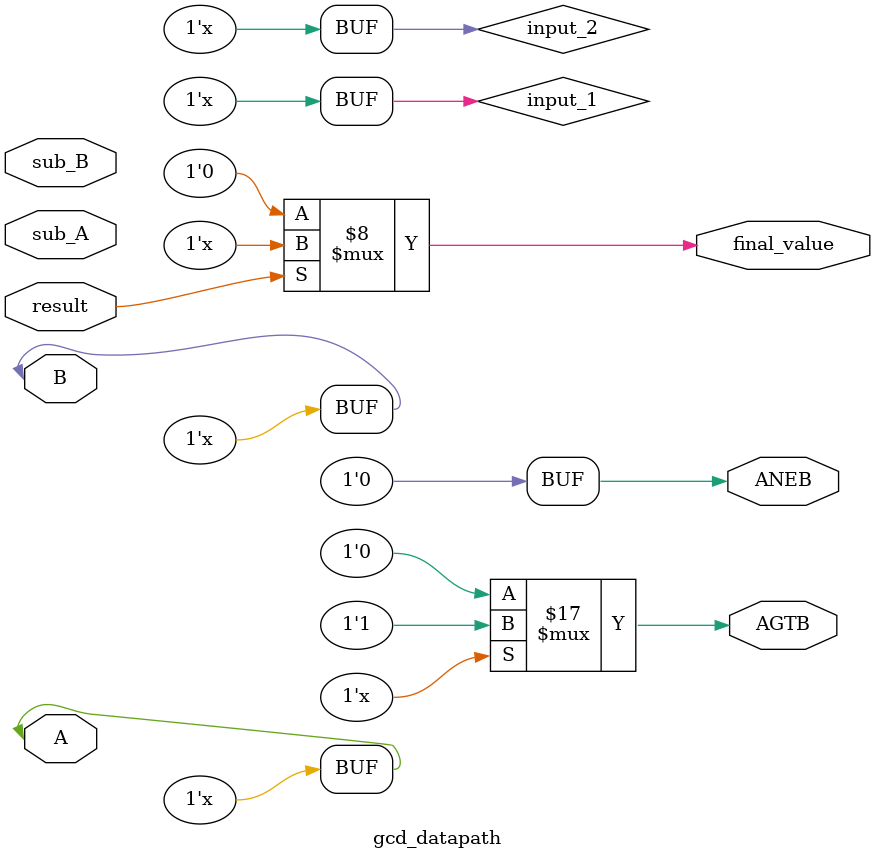
<source format=v>
module gcd_datapath #(parameter WIDTH = 1)(
    input [WIDTH - 1 : 0] A, //input 1
    input [WIDTH - 1 : 0] B, //input 2
    input result,
    input sub_A,
    input sub_B,
    output reg [WIDTH - 1 : 0] final_value, //output value
    output reg ANEB, //A Not Equal B
    output reg AGTB  //A Greater Than B
);

reg [WIDTH - 1 : 0] input_1;
reg [WIDTH - 1 : 0] input_2;

always @(*) begin

    input_1 = A;
    input_2 = B;    
end

always @(*) begin

    //default value
    final_value = 0;

    if(input_1 != input_2) begin
        ANEB = 1;
    end
    else begin
        ANEB = 0;
    end

    if(input_1 > input_2) begin
        AGTB = 1;
    end
    else begin
        AGTB = 0;
    end

    if(sub_A) begin
        input_1 = input_1 - input_2;
    end
    else begin
        input_1 = input_1;
    end

    if(sub_B) begin
        input_2 = input_2 - input_1;
    end
    else begin
        input_2 = input_2;
    end
    
    if(result) begin
        final_value = input_1;
    end
end

endmodule
</source>
